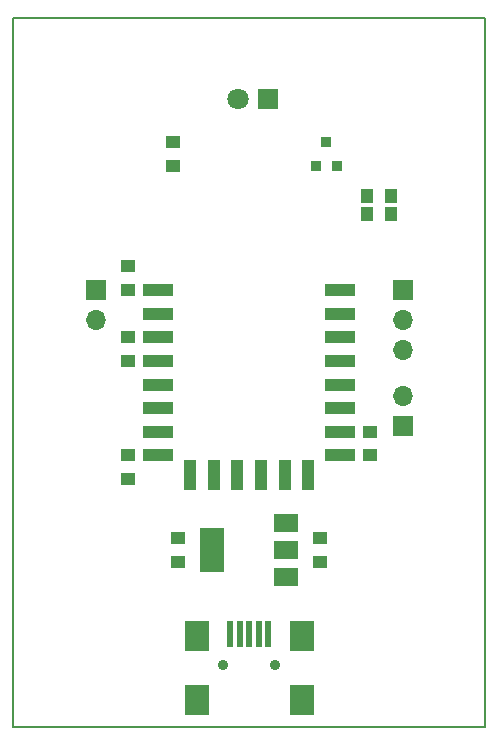
<source format=gbr>
G04 #@! TF.GenerationSoftware,KiCad,Pcbnew,(5.0.0)*
G04 #@! TF.CreationDate,2020-11-05T20:38:02+01:00*
G04 #@! TF.ProjectId,WiFiRemote,5769466952656D6F74652E6B69636164,rev?*
G04 #@! TF.SameCoordinates,Original*
G04 #@! TF.FileFunction,Soldermask,Top*
G04 #@! TF.FilePolarity,Negative*
%FSLAX46Y46*%
G04 Gerber Fmt 4.6, Leading zero omitted, Abs format (unit mm)*
G04 Created by KiCad (PCBNEW (5.0.0)) date 11/05/20 20:38:02*
%MOMM*%
%LPD*%
G01*
G04 APERTURE LIST*
%ADD10C,0.200000*%
%ADD11R,2.500000X1.100000*%
%ADD12R,1.100000X2.500000*%
%ADD13R,1.249680X1.000760*%
%ADD14R,1.000760X1.249680*%
%ADD15R,2.000000X3.800000*%
%ADD16R,2.000000X1.500000*%
%ADD17R,1.800000X1.800000*%
%ADD18C,1.800000*%
%ADD19R,1.998980X2.499360*%
%ADD20C,0.909320*%
%ADD21R,0.500380X2.301240*%
%ADD22R,1.700000X1.700000*%
%ADD23O,1.700000X1.700000*%
%ADD24R,0.914400X0.914400*%
G04 APERTURE END LIST*
D10*
X65000000Y-30000000D02*
X25000000Y-30000000D01*
X65000000Y-90000000D02*
X65000000Y-30000000D01*
X25000000Y-90000000D02*
X65000000Y-90000000D01*
X25000000Y-30000000D02*
X25000000Y-90000000D01*
D11*
G04 #@! TO.C,U2*
X37300000Y-53000000D03*
X37300000Y-55000000D03*
X37300000Y-57000000D03*
X37300000Y-59000000D03*
X37300000Y-61000000D03*
X37300000Y-63000000D03*
X37300000Y-65000000D03*
X37300000Y-67000000D03*
X52700000Y-67000000D03*
X52700000Y-65000000D03*
X52700000Y-63000000D03*
X52700000Y-61000000D03*
X52700000Y-59000000D03*
X52700000Y-57000000D03*
X52700000Y-55000000D03*
X52700000Y-53000000D03*
D12*
X39990000Y-68700000D03*
X41990000Y-68700000D03*
X43990000Y-68700000D03*
X45990000Y-68700000D03*
X47990000Y-68700000D03*
X49990000Y-68700000D03*
G04 #@! TD*
D13*
G04 #@! TO.C,C1*
X51000000Y-76000760D03*
X51000000Y-73999240D03*
G04 #@! TD*
G04 #@! TO.C,C2*
X39000000Y-73999240D03*
X39000000Y-76000760D03*
G04 #@! TD*
G04 #@! TO.C,C3*
X34750000Y-69000760D03*
X34750000Y-66999240D03*
G04 #@! TD*
G04 #@! TO.C,R1*
X38500000Y-42500760D03*
X38500000Y-40499240D03*
G04 #@! TD*
G04 #@! TO.C,R2*
X34750000Y-50999240D03*
X34750000Y-53000760D03*
G04 #@! TD*
G04 #@! TO.C,R3*
X34750000Y-56999240D03*
X34750000Y-59000760D03*
G04 #@! TD*
D14*
G04 #@! TO.C,R4*
X57000760Y-46600000D03*
X54999240Y-46600000D03*
G04 #@! TD*
D13*
G04 #@! TO.C,R5*
X55250000Y-64999240D03*
X55250000Y-67000760D03*
G04 #@! TD*
D14*
G04 #@! TO.C,R6*
X54999240Y-45000000D03*
X57000760Y-45000000D03*
G04 #@! TD*
D15*
G04 #@! TO.C,U1*
X41850000Y-75000000D03*
D16*
X48150000Y-75000000D03*
X48150000Y-72700000D03*
X48150000Y-77300000D03*
G04 #@! TD*
D17*
G04 #@! TO.C,D1*
X46558200Y-36804600D03*
D18*
X44018200Y-36804600D03*
G04 #@! TD*
D19*
G04 #@! TO.C,J2*
X40549920Y-87749560D03*
X40549920Y-82250460D03*
X49450080Y-82250460D03*
X49450080Y-87749560D03*
D20*
X42800360Y-84749820D03*
X47199640Y-84749820D03*
D21*
X46600200Y-82148860D03*
X45800100Y-82148860D03*
X45000000Y-82148860D03*
X44199900Y-82148860D03*
X43399800Y-82148860D03*
G04 #@! TD*
D22*
G04 #@! TO.C,JP2*
X32000000Y-53000000D03*
D23*
X32000000Y-55540000D03*
G04 #@! TD*
D22*
G04 #@! TO.C,JP1*
X58000000Y-64500000D03*
D23*
X58000000Y-61960000D03*
G04 #@! TD*
D22*
G04 #@! TO.C,J1*
X58000000Y-53000000D03*
D23*
X58000000Y-55540000D03*
X58000000Y-58080000D03*
G04 #@! TD*
D24*
G04 #@! TO.C,Q1*
X51500000Y-40499240D03*
X52389000Y-42516000D03*
X50611000Y-42516000D03*
G04 #@! TD*
M02*

</source>
